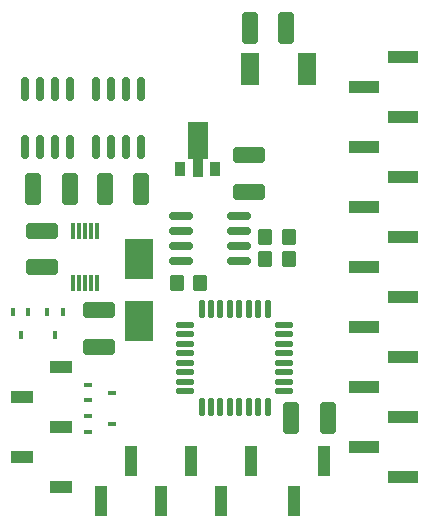
<source format=gtp>
G04 #@! TF.GenerationSoftware,KiCad,Pcbnew,6.0.7+dfsg-3*
G04 #@! TF.CreationDate,2022-10-05T14:50:53+02:00*
G04 #@! TF.ProjectId,squeow,73717565-6f77-42e6-9b69-6361645f7063,rev?*
G04 #@! TF.SameCoordinates,Original*
G04 #@! TF.FileFunction,Paste,Top*
G04 #@! TF.FilePolarity,Positive*
%FSLAX46Y46*%
G04 Gerber Fmt 4.6, Leading zero omitted, Abs format (unit mm)*
G04 Created by KiCad (PCBNEW 6.0.7+dfsg-3) date 2022-10-05 14:50:53*
%MOMM*%
%LPD*%
G01*
G04 APERTURE LIST*
G04 Aperture macros list*
%AMRoundRect*
0 Rectangle with rounded corners*
0 $1 Rounding radius*
0 $2 $3 $4 $5 $6 $7 $8 $9 X,Y pos of 4 corners*
0 Add a 4 corners polygon primitive as box body*
4,1,4,$2,$3,$4,$5,$6,$7,$8,$9,$2,$3,0*
0 Add four circle primitives for the rounded corners*
1,1,$1+$1,$2,$3*
1,1,$1+$1,$4,$5*
1,1,$1+$1,$6,$7*
1,1,$1+$1,$8,$9*
0 Add four rect primitives between the rounded corners*
20,1,$1+$1,$2,$3,$4,$5,0*
20,1,$1+$1,$4,$5,$6,$7,0*
20,1,$1+$1,$6,$7,$8,$9,0*
20,1,$1+$1,$8,$9,$2,$3,0*%
%AMFreePoly0*
4,1,9,3.862500,-0.866500,0.737500,-0.866500,0.737500,-0.450000,-0.737500,-0.450000,-0.737500,0.450000,0.737500,0.450000,0.737500,0.866500,3.862500,0.866500,3.862500,-0.866500,3.862500,-0.866500,$1*%
G04 Aperture macros list end*
%ADD10R,1.000000X2.510000*%
%ADD11RoundRect,0.250000X0.350000X0.450000X-0.350000X0.450000X-0.350000X-0.450000X0.350000X-0.450000X0*%
%ADD12RoundRect,0.250000X-0.412500X-1.100000X0.412500X-1.100000X0.412500X1.100000X-0.412500X1.100000X0*%
%ADD13R,0.900000X1.300000*%
%ADD14FreePoly0,90.000000*%
%ADD15RoundRect,0.125000X-0.625000X-0.125000X0.625000X-0.125000X0.625000X0.125000X-0.625000X0.125000X0*%
%ADD16RoundRect,0.125000X-0.125000X-0.625000X0.125000X-0.625000X0.125000X0.625000X-0.125000X0.625000X0*%
%ADD17R,0.300000X1.400000*%
%ADD18R,0.700000X0.450000*%
%ADD19R,1.900000X1.000000*%
%ADD20RoundRect,0.250000X-1.100000X0.412500X-1.100000X-0.412500X1.100000X-0.412500X1.100000X0.412500X0*%
%ADD21RoundRect,0.250000X0.412500X1.100000X-0.412500X1.100000X-0.412500X-1.100000X0.412500X-1.100000X0*%
%ADD22RoundRect,0.250000X1.100000X-0.412500X1.100000X0.412500X-1.100000X0.412500X-1.100000X-0.412500X0*%
%ADD23RoundRect,0.150000X0.150000X-0.825000X0.150000X0.825000X-0.150000X0.825000X-0.150000X-0.825000X0*%
%ADD24RoundRect,0.150000X-0.825000X-0.150000X0.825000X-0.150000X0.825000X0.150000X-0.825000X0.150000X0*%
%ADD25RoundRect,0.250000X-0.350000X-0.450000X0.350000X-0.450000X0.350000X0.450000X-0.350000X0.450000X0*%
%ADD26R,0.450000X0.700000*%
%ADD27R,1.500000X2.700000*%
%ADD28R,2.400000X3.500000*%
%ADD29R,2.510000X1.000000*%
G04 APERTURE END LIST*
D10*
X36728400Y-54610000D03*
X39268400Y-51300000D03*
D11*
X36290000Y-34163000D03*
X34290000Y-34163000D03*
D12*
X14616500Y-28194000D03*
X17741500Y-28194000D03*
D13*
X27075000Y-26542000D03*
D14*
X28575000Y-26454500D03*
D13*
X30075000Y-26542000D03*
D12*
X32981500Y-14605000D03*
X36106500Y-14605000D03*
D15*
X27536500Y-39745000D03*
X27536500Y-40545000D03*
X27536500Y-41345000D03*
X27536500Y-42145000D03*
X27536500Y-42945000D03*
X27536500Y-43745000D03*
X27536500Y-44545000D03*
X27536500Y-45345000D03*
D16*
X28911500Y-46720000D03*
X29711500Y-46720000D03*
X30511500Y-46720000D03*
X31311500Y-46720000D03*
X32111500Y-46720000D03*
X32911500Y-46720000D03*
X33711500Y-46720000D03*
X34511500Y-46720000D03*
D15*
X35886500Y-45345000D03*
X35886500Y-44545000D03*
X35886500Y-43745000D03*
X35886500Y-42945000D03*
X35886500Y-42145000D03*
X35886500Y-41345000D03*
X35886500Y-40545000D03*
X35886500Y-39745000D03*
D16*
X34511500Y-38370000D03*
X33711500Y-38370000D03*
X32911500Y-38370000D03*
X32111500Y-38370000D03*
X31311500Y-38370000D03*
X30511500Y-38370000D03*
X29711500Y-38370000D03*
X28911500Y-38370000D03*
D17*
X18042000Y-36195000D03*
X18542000Y-36195000D03*
X19042000Y-36195000D03*
X19542000Y-36195000D03*
X20042000Y-36195000D03*
X20042000Y-31795000D03*
X19542000Y-31795000D03*
X19042000Y-31795000D03*
X18542000Y-31795000D03*
X18042000Y-31795000D03*
D12*
X20701000Y-28194000D03*
X23826000Y-28194000D03*
D11*
X36290000Y-32258000D03*
X34290000Y-32258000D03*
D18*
X19304000Y-44816000D03*
X19304000Y-46116000D03*
X21304000Y-45466000D03*
D19*
X17018000Y-53467000D03*
X13718000Y-50927000D03*
X17018000Y-48387000D03*
X13718000Y-45847000D03*
X17018000Y-43307000D03*
D20*
X20193000Y-38442500D03*
X20193000Y-41567500D03*
D21*
X39624000Y-47625000D03*
X36499000Y-47625000D03*
D22*
X32893000Y-28448000D03*
X32893000Y-25323000D03*
D23*
X13931500Y-24700000D03*
X15201500Y-24700000D03*
X16471500Y-24700000D03*
X17741500Y-24700000D03*
X17741500Y-19750000D03*
X16471500Y-19750000D03*
X15201500Y-19750000D03*
X13931500Y-19750000D03*
D24*
X27178000Y-30480000D03*
X27178000Y-31750000D03*
X27178000Y-33020000D03*
X27178000Y-34290000D03*
X32128000Y-34290000D03*
X32128000Y-33020000D03*
X32128000Y-31750000D03*
X32128000Y-30480000D03*
D25*
X26797000Y-36195000D03*
X28797000Y-36195000D03*
D22*
X15367000Y-34875000D03*
X15367000Y-31750000D03*
D10*
X20370800Y-54610000D03*
X22910800Y-51300000D03*
X25450800Y-54610000D03*
X27990800Y-51300000D03*
X30530800Y-54610000D03*
X33070800Y-51300000D03*
D26*
X17160000Y-38624000D03*
X15860000Y-38624000D03*
X16510000Y-40624000D03*
X14239000Y-38624000D03*
X12939000Y-38624000D03*
X13589000Y-40624000D03*
D27*
X33033000Y-18034000D03*
X37833000Y-18034000D03*
D18*
X19336000Y-47483000D03*
X19336000Y-48783000D03*
X21336000Y-48133000D03*
D23*
X19939000Y-24700000D03*
X21209000Y-24700000D03*
X22479000Y-24700000D03*
X23749000Y-24700000D03*
X23749000Y-19750000D03*
X22479000Y-19750000D03*
X21209000Y-19750000D03*
X19939000Y-19750000D03*
D28*
X23622000Y-39370000D03*
X23622000Y-34170000D03*
D29*
X45978000Y-52578000D03*
X42668000Y-50038000D03*
X45978000Y-47498000D03*
X42668000Y-44958000D03*
X45978000Y-42418000D03*
X42668000Y-39878000D03*
X45978000Y-37338000D03*
X42668000Y-34798000D03*
X45978000Y-32258000D03*
X42668000Y-29718000D03*
X45978000Y-27178000D03*
X42668000Y-24638000D03*
X45978000Y-22098000D03*
X42668000Y-19558000D03*
X45978000Y-17018000D03*
M02*

</source>
